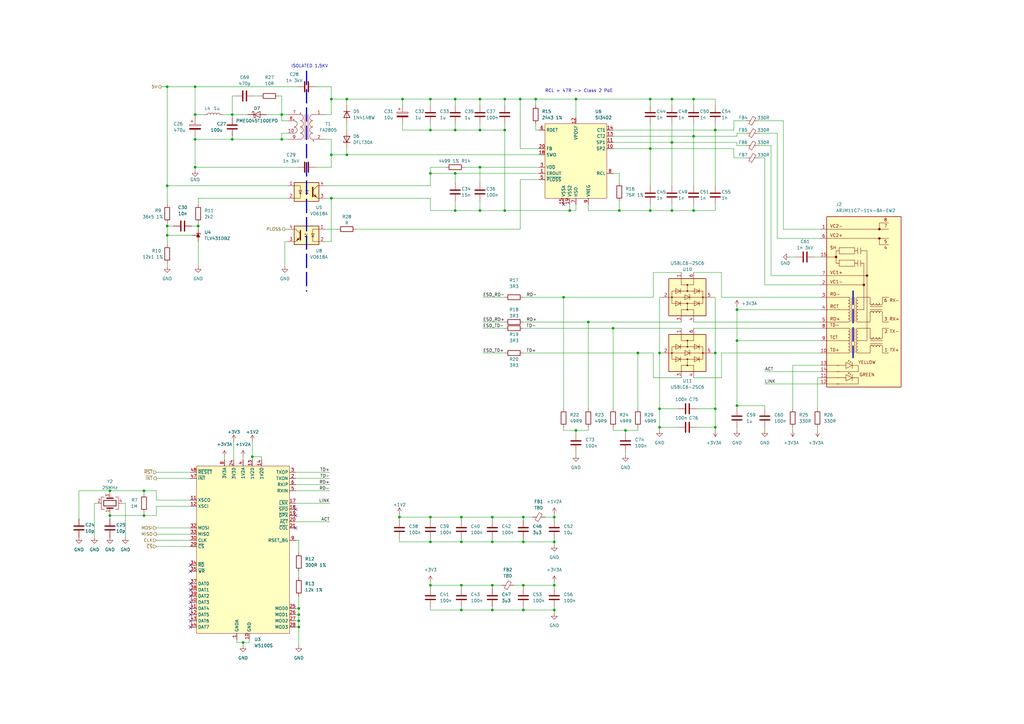
<source format=kicad_sch>
(kicad_sch (version 20211123) (generator eeschema)
  (paper "A3")
  (junction (at 293.37 167.64))
  (junction (at 270.51 175.26))
  (junction (at 214.63 222.25))
  (junction (at 135.89 63.5))
  (junction (at 135.89 81.28))
  (junction (at 254 86.36))
  (junction (at 261.62 144.78))
  (junction (at 236.22 176.53))
  (junction (at 214.63 250.19))
  (junction (at 270.51 144.78))
  (junction (at 302.26 127))
  (junction (at 302.26 139.7))
  (junction (at 207.01 53.34))
  (junction (at 293.37 53.34))
  (junction (at 142.24 63.5))
  (junction (at 122.555 257.175))
  (junction (at 275.59 58.42))
  (junction (at 266.7 60.96))
  (junction (at 284.48 40.64))
  (junction (at 163.83 212.09))
  (junction (at 176.53 53.34))
  (junction (at 68.58 76.2))
  (junction (at 99.695 263.525))
  (junction (at 236.22 40.64))
  (junction (at 219.71 40.64))
  (junction (at 176.53 240.03))
  (junction (at 176.53 222.25))
  (junction (at 214.63 212.09))
  (junction (at 293.37 175.26))
  (junction (at 201.93 212.09))
  (junction (at 293.37 144.78))
  (junction (at 284.48 55.88))
  (junction (at 241.3 132.08))
  (junction (at 233.68 86.36))
  (junction (at 186.69 86.36))
  (junction (at 284.48 86.36))
  (junction (at 115.57 57.15))
  (junction (at 176.53 40.64))
  (junction (at 189.23 222.25))
  (junction (at 186.69 53.34))
  (junction (at 80.01 46.99))
  (junction (at 207.01 86.36))
  (junction (at 196.85 86.36))
  (junction (at 122.555 249.555))
  (junction (at 176.53 212.09))
  (junction (at 95.25 46.99))
  (junction (at 196.85 40.64))
  (junction (at 196.85 53.34))
  (junction (at 251.46 134.62))
  (junction (at 80.01 57.15))
  (junction (at 122.555 252.095))
  (junction (at 227.33 222.25))
  (junction (at 95.25 57.15))
  (junction (at 115.57 46.99))
  (junction (at 189.23 240.03))
  (junction (at 68.58 92.71))
  (junction (at 227.33 212.09))
  (junction (at 186.69 40.64))
  (junction (at 103.505 187.325))
  (junction (at 270.51 167.64))
  (junction (at 122.555 254.635))
  (junction (at 80.01 68.58))
  (junction (at 201.93 250.19))
  (junction (at 275.59 86.36))
  (junction (at 81.28 92.71))
  (junction (at 142.24 40.64))
  (junction (at 227.33 250.19))
  (junction (at 266.7 40.64))
  (junction (at 186.69 71.12))
  (junction (at 80.01 35.56))
  (junction (at 45.085 201.295))
  (junction (at 59.055 211.455))
  (junction (at 227.33 240.03))
  (junction (at 196.85 68.58))
  (junction (at 266.7 86.36))
  (junction (at 68.58 35.56))
  (junction (at 214.63 240.03))
  (junction (at 59.055 201.295))
  (junction (at 207.01 40.64))
  (junction (at 176.53 71.12))
  (junction (at 213.36 40.64))
  (junction (at 231.14 121.92))
  (junction (at 165.1 40.64))
  (junction (at 189.23 212.09))
  (junction (at 45.085 211.455))
  (junction (at 135.89 40.64))
  (junction (at 275.59 40.64))
  (junction (at 68.58 96.52))
  (junction (at 201.93 240.03))
  (junction (at 302.26 166.37))
  (junction (at 201.93 222.25))
  (junction (at 189.23 250.19))
  (junction (at 256.54 176.53))
  (no_connect (at 78.105 247.015))
  (no_connect (at 78.105 239.395))
  (no_connect (at 231.14 83.82))
  (no_connect (at 121.285 211.455))
  (no_connect (at 78.105 241.935))
  (no_connect (at 78.105 234.315))
  (no_connect (at 78.105 257.175))
  (no_connect (at 78.105 231.775))
  (no_connect (at 78.105 249.555))
  (no_connect (at 78.105 244.475))
  (no_connect (at 121.285 216.535))
  (no_connect (at 78.105 254.635))
  (no_connect (at 78.105 252.095))
  (no_connect (at 121.285 208.915))
  (wire (pts (xy 271.78 121.92) (xy 270.51 121.92)))
  (wire (pts (xy 293.37 121.92) (xy 292.1 121.92)))
  (wire (pts (xy 295.91 144.78) (xy 336.55 144.78)))
  (wire (pts (xy 201.93 240.03) (xy 201.93 241.3)))
  (wire (pts (xy 176.53 240.03) (xy 176.53 241.3)))
  (wire (pts (xy 50.165 206.375) (xy 51.435 206.375)))
  (wire (pts (xy 266.7 86.36) (xy 275.59 86.36)))
  (wire (pts (xy 176.53 53.34) (xy 186.69 53.34)))
  (wire (pts (xy 302.26 127) (xy 336.55 127)))
  (wire (pts (xy 231.14 175.26) (xy 231.14 176.53)))
  (wire (pts (xy 121.285 193.675) (xy 135.255 193.675)))
  (wire (pts (xy 236.22 185.42) (xy 236.22 186.69)))
  (wire (pts (xy 251.46 55.88) (xy 284.48 55.88)))
  (wire (pts (xy 115.57 46.99) (xy 118.11 46.99)))
  (wire (pts (xy 107.315 188.595) (xy 107.315 187.325)))
  (wire (pts (xy 78.74 92.71) (xy 81.28 92.71)))
  (wire (pts (xy 293.37 50.8) (xy 293.37 53.34)))
  (wire (pts (xy 80.01 46.99) (xy 80.01 48.26)))
  (wire (pts (xy 189.23 212.09) (xy 176.53 212.09)))
  (wire (pts (xy 241.3 83.82) (xy 241.3 86.36)))
  (wire (pts (xy 59.055 211.455) (xy 64.135 211.455)))
  (wire (pts (xy 236.22 40.64) (xy 266.7 40.64)))
  (wire (pts (xy 323.85 105.41) (xy 326.39 105.41)))
  (wire (pts (xy 251.46 134.62) (xy 279.4 134.62)))
  (wire (pts (xy 313.69 175.26) (xy 313.69 176.53)))
  (wire (pts (xy 302.26 127) (xy 302.26 139.7)))
  (wire (pts (xy 325.12 149.86) (xy 336.55 149.86)))
  (wire (pts (xy 231.14 121.92) (xy 231.14 167.64)))
  (wire (pts (xy 121.285 198.755) (xy 135.255 198.755)))
  (wire (pts (xy 284.48 55.88) (xy 284.48 76.2)))
  (wire (pts (xy 198.12 132.08) (xy 207.01 132.08)))
  (wire (pts (xy 189.23 222.25) (xy 176.53 222.25)))
  (wire (pts (xy 121.285 249.555) (xy 122.555 249.555)))
  (wire (pts (xy 45.085 210.185) (xy 45.085 211.455)))
  (wire (pts (xy 205.74 240.03) (xy 201.93 240.03)))
  (wire (pts (xy 306.07 54.61) (xy 302.26 54.61)))
  (wire (pts (xy 270.51 167.64) (xy 278.13 167.64)))
  (wire (pts (xy 68.58 35.56) (xy 68.58 76.2)))
  (wire (pts (xy 121.285 252.095) (xy 122.555 252.095)))
  (wire (pts (xy 241.3 132.08) (xy 241.3 167.64)))
  (wire (pts (xy 80.01 69.85) (xy 80.01 68.58)))
  (wire (pts (xy 198.12 144.78) (xy 207.01 144.78)))
  (wire (pts (xy 121.285 257.175) (xy 122.555 257.175)))
  (wire (pts (xy 196.85 82.55) (xy 196.85 86.36)))
  (wire (pts (xy 121.285 254.635) (xy 122.555 254.635)))
  (wire (pts (xy 142.24 40.64) (xy 142.24 43.18)))
  (wire (pts (xy 295.91 111.76) (xy 295.91 121.92)))
  (wire (pts (xy 176.53 40.64) (xy 176.53 43.18)))
  (wire (pts (xy 64.135 219.075) (xy 78.105 219.075)))
  (wire (pts (xy 227.33 238.76) (xy 227.33 240.03)))
  (wire (pts (xy 266.7 40.64) (xy 275.59 40.64)))
  (wire (pts (xy 302.26 139.7) (xy 302.26 166.37)))
  (wire (pts (xy 116.84 99.06) (xy 118.11 99.06)))
  (wire (pts (xy 95.25 46.99) (xy 95.25 48.26)))
  (wire (pts (xy 81.28 92.71) (xy 81.28 93.98)))
  (wire (pts (xy 133.35 46.99) (xy 135.89 46.99)))
  (polyline (pts (xy 125.73 29.21) (xy 125.73 119.38)) (stroke (width 0.5)))
  (wire (pts (xy 189.23 250.19) (xy 176.53 250.19)))
  (wire (pts (xy 325.12 149.86) (xy 325.12 167.64)))
  (wire (pts (xy 68.58 76.2) (xy 118.11 76.2)))
  (wire (pts (xy 227.33 240.03) (xy 227.33 241.3)))
  (wire (pts (xy 189.23 212.09) (xy 189.23 213.36)))
  (wire (pts (xy 186.69 50.8) (xy 186.69 53.34)))
  (wire (pts (xy 196.85 50.8) (xy 196.85 53.34)))
  (wire (pts (xy 266.7 60.96) (xy 266.7 76.2)))
  (wire (pts (xy 68.58 107.95) (xy 68.58 109.22)))
  (wire (pts (xy 236.22 40.64) (xy 236.22 48.26)))
  (wire (pts (xy 214.63 132.08) (xy 241.3 132.08)))
  (wire (pts (xy 80.01 55.88) (xy 80.01 57.15)))
  (wire (pts (xy 254 86.36) (xy 266.7 86.36)))
  (wire (pts (xy 233.68 86.36) (xy 236.22 86.36)))
  (wire (pts (xy 227.33 220.98) (xy 227.33 222.25)))
  (wire (pts (xy 176.53 212.09) (xy 176.53 213.36)))
  (wire (pts (xy 293.37 40.64) (xy 293.37 43.18)))
  (wire (pts (xy 227.33 250.19) (xy 227.33 248.92)))
  (wire (pts (xy 236.22 86.36) (xy 236.22 83.82)))
  (wire (pts (xy 266.7 40.64) (xy 266.7 43.18)))
  (wire (pts (xy 214.63 222.25) (xy 201.93 222.25)))
  (wire (pts (xy 121.285 221.615) (xy 122.555 221.615)))
  (wire (pts (xy 279.4 154.94) (xy 267.97 154.94)))
  (wire (pts (xy 251.46 134.62) (xy 251.46 167.64)))
  (wire (pts (xy 270.51 121.92) (xy 270.51 144.78)))
  (wire (pts (xy 210.82 240.03) (xy 214.63 240.03)))
  (wire (pts (xy 334.01 105.41) (xy 336.55 105.41)))
  (wire (pts (xy 91.44 46.99) (xy 95.25 46.99)))
  (wire (pts (xy 316.23 113.03) (xy 336.55 113.03)))
  (wire (pts (xy 96.52 39.37) (xy 95.25 39.37)))
  (wire (pts (xy 133.35 99.06) (xy 135.89 99.06)))
  (wire (pts (xy 241.3 132.08) (xy 279.4 132.08)))
  (wire (pts (xy 275.59 40.64) (xy 284.48 40.64)))
  (wire (pts (xy 293.37 144.78) (xy 293.37 167.64)))
  (wire (pts (xy 213.36 73.66) (xy 213.36 93.98)))
  (wire (pts (xy 207.01 43.18) (xy 207.01 40.64)))
  (wire (pts (xy 227.33 210.82) (xy 227.33 212.09)))
  (wire (pts (xy 133.35 76.2) (xy 176.53 76.2)))
  (wire (pts (xy 45.085 201.295) (xy 59.055 201.295)))
  (wire (pts (xy 284.48 111.76) (xy 295.91 111.76)))
  (wire (pts (xy 293.37 175.26) (xy 293.37 176.53)))
  (wire (pts (xy 102.235 262.255) (xy 102.235 263.525)))
  (wire (pts (xy 176.53 86.36) (xy 186.69 86.36)))
  (wire (pts (xy 122.555 249.555) (xy 122.555 252.095)))
  (wire (pts (xy 95.25 57.15) (xy 115.57 57.15)))
  (wire (pts (xy 95.25 39.37) (xy 95.25 46.99)))
  (wire (pts (xy 64.135 207.645) (xy 64.135 211.455)))
  (wire (pts (xy 201.93 212.09) (xy 189.23 212.09)))
  (wire (pts (xy 201.93 220.98) (xy 201.93 222.25)))
  (wire (pts (xy 196.85 43.18) (xy 196.85 40.64)))
  (wire (pts (xy 122.555 254.635) (xy 122.555 257.175)))
  (wire (pts (xy 196.85 53.34) (xy 207.01 53.34)))
  (wire (pts (xy 284.48 86.36) (xy 293.37 86.36)))
  (wire (pts (xy 135.89 81.28) (xy 176.53 81.28)))
  (wire (pts (xy 189.23 250.19) (xy 201.93 250.19)))
  (wire (pts (xy 214.63 121.92) (xy 231.14 121.92)))
  (wire (pts (xy 256.54 185.42) (xy 256.54 186.69)))
  (wire (pts (xy 316.23 59.69) (xy 316.23 113.03)))
  (wire (pts (xy 251.46 71.12) (xy 254 71.12)))
  (wire (pts (xy 214.63 212.09) (xy 201.93 212.09)))
  (wire (pts (xy 335.28 154.94) (xy 336.55 154.94)))
  (wire (pts (xy 59.055 201.295) (xy 64.135 201.295)))
  (wire (pts (xy 189.23 240.03) (xy 189.23 241.3)))
  (wire (pts (xy 227.33 223.52) (xy 227.33 222.25)))
  (wire (pts (xy 321.31 49.53) (xy 321.31 93.98)))
  (wire (pts (xy 302.26 54.61) (xy 302.26 55.88)))
  (wire (pts (xy 133.35 81.28) (xy 135.89 81.28)))
  (wire (pts (xy 45.085 211.455) (xy 45.085 212.725)))
  (wire (pts (xy 163.83 222.25) (xy 176.53 222.25)))
  (wire (pts (xy 201.93 240.03) (xy 189.23 240.03)))
  (wire (pts (xy 64.135 221.615) (xy 78.105 221.615)))
  (wire (pts (xy 201.93 212.09) (xy 201.93 213.36)))
  (wire (pts (xy 236.22 176.53) (xy 236.22 177.8)))
  (wire (pts (xy 32.385 201.295) (xy 45.085 201.295)))
  (wire (pts (xy 163.83 212.09) (xy 176.53 212.09)))
  (wire (pts (xy 306.07 59.69) (xy 302.26 59.69)))
  (wire (pts (xy 267.97 111.76) (xy 267.97 121.92)))
  (wire (pts (xy 306.07 64.77) (xy 300.99 64.77)))
  (wire (pts (xy 313.69 64.77) (xy 313.69 116.84)))
  (wire (pts (xy 313.69 116.84) (xy 336.55 116.84)))
  (wire (pts (xy 115.57 39.37) (xy 115.57 46.99)))
  (wire (pts (xy 220.98 60.96) (xy 213.36 60.96)))
  (wire (pts (xy 300.99 49.53) (xy 300.99 53.34)))
  (wire (pts (xy 302.26 125.73) (xy 302.26 127)))
  (wire (pts (xy 251.46 53.34) (xy 293.37 53.34)))
  (wire (pts (xy 251.46 60.96) (xy 266.7 60.96)))
  (wire (pts (xy 135.89 57.15) (xy 135.89 63.5)))
  (wire (pts (xy 285.75 175.26) (xy 293.37 175.26)))
  (wire (pts (xy 325.12 175.26) (xy 325.12 176.53)))
  (wire (pts (xy 45.085 201.295) (xy 45.085 202.565)))
  (wire (pts (xy 115.57 49.53) (xy 115.57 46.99)))
  (wire (pts (xy 284.48 134.62) (xy 336.55 134.62)))
  (wire (pts (xy 122.555 234.315) (xy 122.555 236.855)))
  (wire (pts (xy 51.435 206.375) (xy 51.435 220.345)))
  (wire (pts (xy 95.25 46.99) (xy 101.6 46.99)))
  (wire (pts (xy 142.24 40.64) (xy 165.1 40.64)))
  (wire (pts (xy 214.63 220.98) (xy 214.63 222.25)))
  (wire (pts (xy 81.28 91.44) (xy 81.28 92.71)))
  (wire (pts (xy 293.37 167.64) (xy 293.37 175.26)))
  (wire (pts (xy 270.51 175.26) (xy 278.13 175.26)))
  (wire (pts (xy 321.31 93.98) (xy 336.55 93.98)))
  (wire (pts (xy 165.1 43.18) (xy 165.1 40.64)))
  (wire (pts (xy 95.885 180.975) (xy 95.885 188.595)))
  (wire (pts (xy 142.24 63.5) (xy 142.24 60.96)))
  (wire (pts (xy 68.58 96.52) (xy 78.74 96.52)))
  (wire (pts (xy 198.12 134.62) (xy 207.01 134.62)))
  (wire (pts (xy 135.89 35.56) (xy 135.89 40.64)))
  (wire (pts (xy 135.89 68.58) (xy 135.89 63.5)))
  (wire (pts (xy 251.46 175.26) (xy 251.46 176.53)))
  (wire (pts (xy 64.135 224.155) (xy 78.105 224.155)))
  (wire (pts (xy 270.51 144.78) (xy 271.78 144.78)))
  (wire (pts (xy 118.11 54.61) (xy 115.57 54.61)))
  (wire (pts (xy 68.58 92.71) (xy 68.58 96.52)))
  (wire (pts (xy 68.58 76.2) (xy 68.58 83.82)))
  (wire (pts (xy 99.695 263.525) (xy 102.235 263.525)))
  (wire (pts (xy 121.285 213.995) (xy 135.255 213.995)))
  (wire (pts (xy 80.01 57.15) (xy 95.25 57.15)))
  (wire (pts (xy 38.735 206.375) (xy 38.735 220.345)))
  (wire (pts (xy 135.89 40.64) (xy 142.24 40.64)))
  (wire (pts (xy 115.57 57.15) (xy 118.11 57.15)))
  (wire (pts (xy 302.26 166.37) (xy 313.69 166.37)))
  (wire (pts (xy 214.63 241.3) (xy 214.63 240.03)))
  (wire (pts (xy 219.71 40.64) (xy 236.22 40.64)))
  (wire (pts (xy 146.05 93.98) (xy 213.36 93.98)))
  (wire (pts (xy 284.48 40.64) (xy 293.37 40.64)))
  (wire (pts (xy 251.46 58.42) (xy 275.59 58.42)))
  (wire (pts (xy 116.84 99.06) (xy 116.84 109.22)))
  (wire (pts (xy 103.505 180.975) (xy 103.505 187.325)))
  (wire (pts (xy 122.555 252.095) (xy 122.555 254.635)))
  (wire (pts (xy 118.11 49.53) (xy 115.57 49.53)))
  (wire (pts (xy 201.93 248.92) (xy 201.93 250.19)))
  (wire (pts (xy 311.15 64.77) (xy 313.69 64.77)))
  (wire (pts (xy 196.85 68.58) (xy 220.98 68.58)))
  (wire (pts (xy 189.23 248.92) (xy 189.23 250.19)))
  (wire (pts (xy 83.82 46.99) (xy 80.01 46.99)))
  (wire (pts (xy 122.555 221.615) (xy 122.555 226.695)))
  (wire (pts (xy 302.26 55.88) (xy 284.48 55.88)))
  (wire (pts (xy 107.315 187.325) (xy 103.505 187.325)))
  (wire (pts (xy 300.99 53.34) (xy 293.37 53.34)))
  (wire (pts (xy 214.63 250.19) (xy 214.63 248.92)))
  (wire (pts (xy 292.1 144.78) (xy 293.37 144.78)))
  (wire (pts (xy 270.51 175.26) (xy 270.51 176.53)))
  (wire (pts (xy 182.88 68.58) (xy 176.53 68.58)))
  (wire (pts (xy 64.135 193.675) (xy 78.105 193.675)))
  (wire (pts (xy 302.26 59.69) (xy 302.26 58.42)))
  (wire (pts (xy 129.54 68.58) (xy 135.89 68.58)))
  (wire (pts (xy 196.85 86.36) (xy 207.01 86.36)))
  (wire (pts (xy 201.93 250.19) (xy 214.63 250.19)))
  (wire (pts (xy 284.48 40.64) (xy 284.48 43.18)))
  (wire (pts (xy 186.69 71.12) (xy 186.69 74.93)))
  (wire (pts (xy 300.99 64.77) (xy 300.99 60.96)))
  (wire (pts (xy 279.4 111.76) (xy 267.97 111.76)))
  (wire (pts (xy 223.52 212.09) (xy 227.33 212.09)))
  (wire (pts (xy 256.54 176.53) (xy 261.62 176.53)))
  (wire (pts (xy 68.58 91.44) (xy 68.58 92.71)))
  (wire (pts (xy 68.58 96.52) (xy 68.58 100.33)))
  (polyline (pts (xy 349.885 119.38) (xy 349.885 146.685)) (stroke (width 0.5)))
  (wire (pts (xy 133.35 93.98) (xy 138.43 93.98)))
  (wire (pts (xy 295.91 121.92) (xy 336.55 121.92)))
  (wire (pts (xy 64.135 205.105) (xy 78.105 205.105)))
  (wire (pts (xy 176.53 71.12) (xy 186.69 71.12)))
  (wire (pts (xy 129.54 35.56) (xy 135.89 35.56)))
  (wire (pts (xy 64.135 216.535) (xy 78.105 216.535)))
  (wire (pts (xy 318.77 54.61) (xy 311.15 54.61)))
  (wire (pts (xy 300.99 60.96) (xy 266.7 60.96)))
  (wire (pts (xy 311.15 59.69) (xy 316.23 59.69)))
  (wire (pts (xy 163.83 213.36) (xy 163.83 212.09)))
  (wire (pts (xy 103.505 187.325) (xy 103.505 188.595)))
  (wire (pts (xy 121.285 196.215) (xy 135.255 196.215)))
  (wire (pts (xy 270.51 167.64) (xy 270.51 175.26)))
  (wire (pts (xy 227.33 251.46) (xy 227.33 250.19)))
  (wire (pts (xy 135.89 46.99) (xy 135.89 40.64)))
  (wire (pts (xy 306.07 49.53) (xy 300.99 49.53)))
  (wire (pts (xy 163.83 210.82) (xy 163.83 212.09)))
  (wire (pts (xy 335.28 175.26) (xy 335.28 176.53)))
  (wire (pts (xy 133.35 57.15) (xy 135.89 57.15)))
  (wire (pts (xy 165.1 53.34) (xy 176.53 53.34)))
  (wire (pts (xy 219.71 53.34) (xy 220.98 53.34)))
  (wire (pts (xy 261.62 144.78) (xy 261.62 167.64)))
  (wire (pts (xy 267.97 154.94) (xy 267.97 144.78)))
  (wire (pts (xy 186.69 40.64) (xy 196.85 40.64)))
  (wire (pts (xy 80.01 57.15) (xy 80.01 68.58)))
  (wire (pts (xy 231.14 176.53) (xy 236.22 176.53)))
  (wire (pts (xy 176.53 50.8) (xy 176.53 53.34)))
  (wire (pts (xy 201.93 222.25) (xy 189.23 222.25)))
  (wire (pts (xy 214.63 134.62) (xy 251.46 134.62)))
  (wire (pts (xy 241.3 175.26) (xy 241.3 176.53)))
  (wire (pts (xy 186.69 40.64) (xy 186.69 43.18)))
  (wire (pts (xy 219.71 43.18) (xy 219.71 40.64)))
  (wire (pts (xy 135.89 63.5) (xy 142.24 63.5)))
  (wire (pts (xy 99.695 263.525) (xy 99.695 264.795)))
  (wire (pts (xy 207.01 53.34) (xy 207.01 86.36)))
  (wire (pts (xy 213.36 40.64) (xy 219.71 40.64)))
  (wire (pts (xy 186.69 71.12) (xy 220.98 71.12)))
  (wire (pts (xy 213.36 73.66) (xy 220.98 73.66)))
  (wire (pts (xy 284.48 83.82) (xy 284.48 86.36)))
  (wire (pts (xy 313.69 166.37) (xy 313.69 167.64)))
  (wire (pts (xy 109.22 46.99) (xy 115.57 46.99)))
  (wire (pts (xy 214.63 250.19) (xy 227.33 250.19)))
  (wire (pts (xy 165.1 50.8) (xy 165.1 53.34)))
  (wire (pts (xy 97.155 262.255) (xy 97.155 263.525)))
  (wire (pts (xy 284.48 50.8) (xy 284.48 55.88)))
  (wire (pts (xy 254 74.93) (xy 254 71.12)))
  (wire (pts (xy 266.7 83.82) (xy 266.7 86.36)))
  (wire (pts (xy 99.695 187.325) (xy 99.695 188.595)))
  (wire (pts (xy 285.75 167.64) (xy 293.37 167.64)))
  (wire (pts (xy 80.01 35.56) (xy 121.92 35.56)))
  (wire (pts (xy 231.14 121.92) (xy 267.97 121.92)))
  (wire (pts (xy 135.89 81.28) (xy 135.89 99.06)))
  (wire (pts (xy 64.135 196.215) (xy 78.105 196.215)))
  (wire (pts (xy 207.01 86.36) (xy 233.68 86.36)))
  (wire (pts (xy 122.555 257.175) (xy 122.555 264.795)))
  (wire (pts (xy 214.63 212.09) (xy 214.63 213.36)))
  (wire (pts (xy 213.36 60.96) (xy 213.36 40.64)))
  (wire (pts (xy 40.005 206.375) (xy 38.735 206.375)))
  (wire (pts (xy 196.85 40.64) (xy 207.01 40.64)))
  (wire (pts (xy 81.28 99.06) (xy 81.28 109.22)))
  (wire (pts (xy 318.77 54.61) (xy 318.77 97.79)))
  (wire (pts (xy 165.1 40.64) (xy 176.53 40.64)))
  (wire (pts (xy 302.26 139.7) (xy 336.55 139.7)))
  (wire (pts (xy 97.155 263.525) (xy 99.695 263.525)))
  (wire (pts (xy 275.59 40.64) (xy 275.59 43.18)))
  (wire (pts (xy 220.98 63.5) (xy 142.24 63.5)))
  (wire (pts (xy 186.69 53.34) (xy 196.85 53.34)))
  (wire (pts (xy 81.28 83.82) (xy 81.28 81.28)))
  (wire (pts (xy 186.69 86.36) (xy 196.85 86.36)))
  (wire (pts (xy 45.085 211.455) (xy 59.055 211.455)))
  (wire (pts (xy 207.01 40.64) (xy 213.36 40.64)))
  (wire (pts (xy 59.055 210.185) (xy 59.055 211.455)))
  (wire (pts (xy 214.63 144.78) (xy 261.62 144.78)))
  (wire (pts (xy 214.63 222.25) (xy 227.33 222.25)))
  (wire (pts (xy 163.83 220.98) (xy 163.83 222.25)))
  (wire (pts (xy 313.69 157.48) (xy 336.55 157.48)))
  (wire (pts (xy 214.63 240.03) (xy 227.33 240.03)))
  (wire (pts (xy 122.555 249.555) (xy 122.555 244.475)))
  (wire (pts (xy 92.075 187.325) (xy 92.075 188.595)))
  (wire (pts (xy 218.44 212.09) (xy 214.63 212.09)))
  (wire (pts (xy 284.48 132.08) (xy 336.55 132.08)))
  (wire (pts (xy 176.53 81.28) (xy 176.53 86.36)))
  (wire (pts (xy 251.46 176.53) (xy 256.54 176.53)))
  (wire (pts (xy 318.77 97.79) (xy 336.55 97.79)))
  (wire (pts (xy 186.69 82.55) (xy 186.69 86.36)))
  (wire (pts (xy 176.53 40.64) (xy 186.69 40.64)))
  (wire (pts (xy 176.53 220.98) (xy 176.53 222.25)))
  (wire (pts (xy 219.71 50.8) (xy 219.71 53.34)))
  (wire (pts (xy 302.26 175.26) (xy 302.26 176.53)))
  (wire (pts (xy 293.37 144.78) (xy 293.37 121.92)))
  (wire (pts (xy 254 82.55) (xy 254 86.36)))
  (wire (pts (xy 233.68 86.36) (xy 233.68 83.82)))
  (wire (pts (xy 176.53 250.19) (xy 176.53 248.92)))
  (wire (pts (xy 190.5 68.58) (xy 196.85 68.58)))
  (wire (pts (xy 114.3 39.37) (xy 115.57 39.37)))
  (wire (pts (xy 275.59 58.42) (xy 275.59 76.2)))
  (wire (pts (xy 311.15 49.53) (xy 321.31 49.53)))
  (wire (pts (xy 189.23 220.98) (xy 189.23 222.25)))
  (wire (pts (xy 176.53 71.12) (xy 176.53 76.2)))
  (wire (pts (xy 275.59 86.36) (xy 284.48 86.36)))
  (wire (pts (xy 95.25 55.88) (xy 95.25 57.15)))
  (wire (pts (xy 335.28 154.94) (xy 335.28 167.64)))
  (wire (pts (xy 275.59 83.82) (xy 275.59 86.36)))
  (wire (pts (xy 121.285 206.375) (xy 135.255 206.375)))
  (wire (pts (xy 66.04 35.56) (xy 68.58 35.56)))
  (wire (pts (xy 295.91 154.94) (xy 284.48 154.94)))
  (wire (pts (xy 266.7 50.8) (xy 266.7 60.96)))
  (wire (pts (xy 64.135 201.295) (xy 64.135 205.105)))
  (wire (pts (xy 275.59 50.8) (xy 275.59 58.42)))
  (wire (pts (xy 176.53 68.58) (xy 176.53 71.12)))
  (wire (pts (xy 261.62 144.78) (xy 267.97 144.78)))
  (wire (pts (xy 313.69 152.4) (xy 336.55 152.4)))
  (wire (pts (xy 81.28 81.28) (xy 118.11 81.28)))
  (wire (pts (xy 261.62 176.53) (xy 261.62 175.26)))
  (wire (pts (xy 198.12 121.92) (xy 207.01 121.92)))
  (wire (pts (xy 293.37 83.82) (xy 293.37 86.36)))
  (wire (pts (xy 116.84 93.98) (xy 118.11 93.98)))
  (wire (pts (xy 64.135 207.645) (xy 78.105 207.645)))
  (wire (pts (xy 196.85 68.58) (xy 196.85 74.93)))
  (wire (pts (xy 80.01 35.56) (xy 80.01 46.99)))
  (wire (pts (xy 142.24 50.8) (xy 142.24 53.34)))
  (wire (pts (xy 302.26 167.64) (xy 302.26 166.37)))
  (wire (pts (xy 241.3 86.36) (xy 254 86.36)))
  (wire (pts (xy 295.91 144.78) (xy 295.91 154.94)))
  (wire (pts (xy 104.14 39.37) (xy 106.68 39.37)))
  (wire (pts (xy 115.57 54.61) (xy 115.57 57.15)))
  (wire (pts (xy 227.33 212.09) (xy 227.33 213.36)))
  (wire (pts (xy 32.385 212.725) (xy 32.385 201.295)))
  (wire (pts (xy 189.23 240.03) (xy 176.53 240.03)))
  (wire (pts (xy 68.58 92.71) (xy 71.12 92.71)))
  (wire (pts (xy 121.285 201.295) (xy 135.255 201.295)))
  (wire (pts (xy 293.37 53.34) (xy 293.37 76.2)))
  (wire (pts (xy 59.055 201.295) (xy 59.055 202.565)))
  (wire (pts (xy 176.53 238.76) (xy 176.53 240.03)))
  (wire (pts (xy 275.59 58.42) (xy 302.26 58.42)))
  (wire (pts (xy 236.22 176.53) (xy 241.3 176.53)))
  (wire (pts (xy 270.51 144.78) (xy 270.51 167.64)))
  (wire (pts (xy 80.01 68.58) (xy 121.92 68.58)))
  (wire (pts (xy 256.54 176.53) (xy 256.54 177.8)))
  (wire (pts (xy 207.01 50.8) (xy 207.01 53.34)))
  (wire (pts (xy 68.58 35.56) (xy 80.01 35.56)))
  (text "ISOLATED 1.5KV" (at 119.38 27.94 0) (effects (font (size 1.27 1.27)) (justify left bottom)))
  (text "RCL = 47R -> Class 2 PoE\n" (at 223.52 38.1 0) (effects (font (size 1.27 1.27)) (justify left bottom)))
  (label "LINK" (at 135.255 206.375 180))
  (label "ACT" (at 135.255 213.995 180))
  (label "TD-" (at 135.255 196.215 180))
  (label "ESD_RD-" (at 198.12 121.92 0))
  (label "RD-" (at 215.9 121.92 0))
  (label "RD+" (at 215.9 132.08 0))
  (label "RD+" (at 135.255 198.755 180))
  (label "ESD_RD+" (at 198.12 132.08 0))
  (label "TD+" (at 215.9 144.78 0))
  (label "ACT" (at 313.69 152.4 0))
  (label "ESD_TD+" (at 198.12 144.78 0))
  (label "RD-" (at 135.255 201.295 180))
  (label "TD+" (at 135.255 193.675 180))
  (label "TD-" (at 215.9 134.62 0))
  (label "LINK" (at 313.69 157.48 0))
  (label "ESD_TD-" (at 198.12 134.62 0))
  (hierarchical_label "~{CS}" (shape input) (at 64.135 224.155 180))
  (hierarchical_label "CLK" (shape input) (at 64.135 221.615 180))
  (hierarchical_label "MISO" (shape output) (at 64.135 219.075 180))
  (hierarchical_label "~{INT}" (shape output) (at 64.135 196.215 180))
  (hierarchical_label "MOSI" (shape input) (at 64.135 216.535 180))
  (hierarchical_label "5V" (shape output) (at 66.04 35.56 180))
  (hierarchical_label "PLOSS" (shape output) (at 116.84 93.98 180))
  (hierarchical_label "~{RST}" (shape input) (at 64.135 193.675 180))
  (symbol (lib_id "Device:R") (at 122.555 240.665 0) (unit 1)
    (property "Reference" "R13" (at 125.095 239.3949 0) (effects (justify left)))
    (property "Value" "12k 1%" (at 125.095 241.9349 0) (effects (justify left)))
    (property "Footprint" "Resistor_SMD:R_0402_1005Metric" (effects hide))
  )
  (symbol (lib_id "power:GND") (at 51.435 220.345 0) (unit 1)
    (property "Reference" "#PWR0125" (effects hide))
    (property "Value" "GND" (at 51.435 225.425 0))
  )
  (symbol (lib_id "Device:C") (at 32.385 216.535 0) (unit 1)
    (property "Reference" "C24" (at 34.925 215.265 0) (effects (justify left)))
    (property "Value" "10p" (at 34.925 217.805 0) (effects (justify left)))
    (property "Footprint" "Capacitor_SMD:C_0402_1005Metric" (effects hide))
  )
  (symbol (lib_id "power:GND") (at 313.69 176.53 0) (unit 1)
    (property "Reference" "#PWR0135" (effects hide))
    (property "Value" "GND" (at 313.69 181.61 0))
  )
  (symbol (lib_id "Device:R") (at 210.82 134.62 90) (unit 1)
    (property "Reference" "R19" (at 210.82 137.16 90))
    (property "Value" "3R3" (at 210.82 139.7 90))
    (property "Footprint" "Resistor_SMD:R_0402_1005Metric" (effects hide))
  )
  (symbol (lib_id "Device:C") (at 74.93 92.71 90) (unit 1)
    (property "Reference" "C30" (at 74.93 85.09 90))
    (property "Value" "10n" (at 74.93 87.63 90))
    (property "Footprint" "Capacitor_SMD:C_0402_1005Metric" (effects hide))
  )
  (symbol (lib_id "coilcraft:FA2805") (at 125.73 52.07 0) (mirror y) (unit 1)
    (property "Reference" "T1" (at 134.62 50.8 0))
    (property "Value" "FA2805" (at 134.62 53.34 0))
    (property "Footprint" "coilcraft:Transformer_Coilcraft_Si3402" (effects hide))
  )
  (symbol (lib_id "abracon:ARJM11C7-114-BA-EW2") (at 354.33 124.46 0) (unit 1)
    (property "Reference" "J2" (at 342.9 83.82 0) (effects (justify left)))
    (property "Value" "ARJM11C7-114-BA-EW2" (at 342.9 86.36 0) (effects (justify left)))
    (property "Footprint" "abracon:ARJM11C7-114-BA-EW2" (effects hide))
  )
  (symbol (lib_id "power:+1V2") (at 103.505 180.975 0) (unit 1)
    (property "Reference" "#PWR0123" (effects hide))
    (property "Value" "+1V2" (at 103.505 177.165 0))
  )
  (symbol (lib_id "Device:C") (at 196.85 78.74 0) (unit 1)
    (property "Reference" "C36" (at 199.39 77.47 0) (effects (justify left)))
    (property "Value" "100n" (at 199.39 80.01 0) (effects (justify left)))
    (property "Footprint" "Capacitor_SMD:C_0402_1005Metric" (effects hide))
  )
  (symbol (lib_id "Device:C") (at 186.69 46.99 0) (unit 1)
    (property "Reference" "C33" (at 180.34 45.72 0) (effects (justify left)))
    (property "Value" "1u" (at 180.34 48.26 0) (effects (justify left)))
    (property "Footprint" "Capacitor_SMD:C_0603_1608Metric" (effects hide))
  )
  (symbol (lib_id "skyworks:SI3402") (at 236.22 63.5 0) (mirror y) (unit 1)
    (property "Reference" "U6" (at 244.0687 45.72 0) (effects (justify right)))
    (property "Value" "SI3402" (at 244.0687 48.26 0) (effects (justify right)))
    (property "Footprint" "skyworks:Skyworks_QFN-20_1EP5x5mm_P0.8mm_EP2.7x2.7mm" (effects hide))
  )
  (symbol (lib_id "Device:C") (at 214.63 245.11 0) (unit 1)
    (property "Reference" "C53" (at 218.44 243.8399 0) (effects (justify left)))
    (property "Value" "100n" (at 218.44 246.3799 0) (effects (justify left)))
    (property "Footprint" "Capacitor_SMD:C_0402_1005Metric" (effects hide))
  )
  (symbol (lib_id "Device:D_Zener") (at 142.24 57.15 90) (unit 1)
    (property "Reference" "D6" (at 144.78 55.8799 90) (effects (justify right)))
    (property "Value" "DFLT30A" (at 144.78 58.4199 90) (effects (justify right)))
    (property "Footprint" "Diode_SMD:D_PowerDI-123" (effects hide))
  )
  (symbol (lib_id "Device:R") (at 231.14 171.45 0) (unit 1)
    (property "Reference" "R22" (at 233.68 170.1799 0) (effects (justify left)))
    (property "Value" "49R9" (at 233.68 172.7199 0) (effects (justify left)))
    (property "Footprint" "Resistor_SMD:R_0402_1005Metric" (effects hide))
  )
  (symbol (lib_id "power:GND") (at 99.695 264.795 0) (unit 1)
    (property "Reference" "#PWR0118" (effects hide))
    (property "Value" "GND" (at 99.695 269.875 0))
  )
  (symbol (lib_id "Device:R") (at 251.46 171.45 0) (unit 1)
    (property "Reference" "R24" (at 254 170.1799 0) (effects (justify left)))
    (property "Value" "49R9" (at 254 172.7199 0) (effects (justify left)))
    (property "Footprint" "Resistor_SMD:R_0402_1005Metric" (effects hide))
  )
  (symbol (lib_id "power:GND") (at 122.555 264.795 0) (unit 1)
    (property "Reference" "#PWR0119" (effects hide))
    (property "Value" "GND" (at 122.555 269.875 0))
  )
  (symbol (lib_id "Device:C") (at 302.26 171.45 0) (unit 1)
    (property "Reference" "C59" (at 306.07 170.1799 0) (effects (justify left)))
    (property "Value" "1u" (at 306.07 172.7199 0) (effects (justify left)))
    (property "Footprint" "Capacitor_SMD:C_0603_1608Metric" (effects hide))
  )
  (symbol (lib_id "Device:C") (at 313.69 171.45 0) (unit 1)
    (property "Reference" "C60" (at 317.5 170.1799 0) (effects (justify left)))
    (property "Value" "100n" (at 317.5 172.7199 0) (effects (justify left)))
    (property "Footprint" "Capacitor_SMD:C_0402_1005Metric" (effects hide))
  )
  (symbol (lib_id "Device:C") (at 293.37 80.01 0) (unit 1)
    (property "Reference" "C55" (at 295.91 78.74 0) (effects (justify left)))
    (property "Value" "1n" (at 295.91 81.28 0) (effects (justify left)))
    (property "Footprint" "Capacitor_SMD:C_0402_1005Metric" (effects hide))
  )
  (symbol (lib_id "power_extended:+1V2A") (at 99.695 187.325 0) (unit 1)
    (property "Reference" "#PWR36" (effects hide))
    (property "Value" "+1V2A" (at 99.695 182.245 0))
  )
  (symbol (lib_id "power:GND") (at 68.58 109.22 0) (unit 1)
    (property "Reference" "#PWR0131" (effects hide))
    (property "Value" "GND" (at 68.58 114.3 0))
  )
  (symbol (lib_id "Device:C") (at 163.83 217.17 0) (unit 1)
    (property "Reference" "C38" (at 167.64 215.8999 0) (effects (justify left)))
    (property "Value" "100n" (at 167.64 218.4399 0) (effects (justify left)))
    (property "Footprint" "Capacitor_SMD:C_0402_1005Metric" (effects hide))
  )
  (symbol (lib_id "Device:C") (at 125.73 35.56 90) (unit 1)
    (property "Reference" "C28" (at 120.65 30.48 90))
    (property "Value" "1n 3kV" (at 120.65 33.02 90))
    (property "Footprint" "Capacitor_SMD:C_1206_3216Metric" (effects hide))
  )
  (symbol (lib_id "Device:C") (at 196.85 46.99 0) (unit 1)
    (property "Reference" "C35" (at 190.5 45.72 0) (effects (justify left)))
    (property "Value" "1u" (at 190.5 48.26 0) (effects (justify left)))
    (property "Footprint" "Capacitor_SMD:C_0603_1608Metric" (effects hide))
  )
  (symbol (lib_id "Device:L") (at 87.63 46.99 90) (unit 1)
    (property "Reference" "L4" (at 85.09 44.45 90))
    (property "Value" "1u" (at 88.9 44.45 90))
    (property "Footprint" "Capacitor_SMD:C_0603_1608Metric" (effects hide))
  )
  (symbol (lib_id "Device:C") (at 207.01 46.99 0) (unit 1)
    (property "Reference" "C37" (at 199.39 45.72 0) (effects (justify left)))
    (property "Value" "100n" (at 199.39 48.26 0) (effects (justify left)))
    (property "Footprint" "Capacitor_SMD:C_0402_1005Metric" (effects hide))
  )
  (symbol (lib_id "power:GND") (at 227.33 223.52 0) (mirror y) (unit 1)
    (property "Reference" "#PWR0111" (effects hide))
    (property "Value" "GND" (at 227.33 228.6 0))
  )
  (symbol (lib_id "Device:R") (at 335.28 171.45 0) (unit 1)
    (property "Reference" "R26" (at 337.82 170.1799 0) (effects (justify left)))
    (property "Value" "330R" (at 337.82 172.7199 0) (effects (justify left)))
    (property "Footprint" "Resistor_SMD:R_0402_1005Metric" (effects hide))
  )
  (symbol (lib_id "power:GND") (at 81.28 109.22 0) (unit 1)
    (property "Reference" "#PWR0132" (effects hide))
    (property "Value" "GND" (at 81.28 114.3 0))
  )
  (symbol (lib_id "power:GND") (at 323.85 105.41 270) (unit 1)
    (property "Reference" "#PWR0137" (effects hide))
    (property "Value" "GND" (at 320.04 107.95 90) (effects (justify left)))
  )
  (symbol (lib_id "power_extended:+3V3A") (at 92.075 187.325 0) (unit 1)
    (property "Reference" "#PWR35" (effects hide))
    (property "Value" "+3V3A" (at 92.075 182.245 0))
  )
  (symbol (lib_id "Isolator:VO615A") (at 125.73 78.74 0) (unit 1)
    (property "Reference" "U5" (at 130.81 85.09 0))
    (property "Value" "VO618A" (at 130.81 87.63 0))
    (property "Footprint" "Package_SO:SO-4_7.6x3.6mm_P2.54mm" (effects hide))
    (property "Datasheet" "http://www.vishay.com/docs/81753/vo615a.pdf" (effects hide))
  )
  (symbol (lib_id "power:GND") (at 116.84 109.22 0) (unit 1)
    (property "Reference" "#PWR0129" (effects hide))
    (property "Value" "GND" (at 116.84 114.3 0))
  )
  (symbol (lib_id "Device:C") (at 45.085 216.535 0) (unit 1)
    (property "Reference" "C25" (at 47.625 215.265 0) (effects (justify left)))
    (property "Value" "10p" (at 47.625 217.805 0) (effects (justify left)))
    (property "Footprint" "Capacitor_SMD:C_0402_1005Metric" (effects hide))
  )
  (symbol (lib_id "Device:C") (at 189.23 217.17 0) (unit 1)
    (property "Reference" "C40" (at 193.04 215.8999 0) (effects (justify left)))
    (property "Value" "100n" (at 193.04 218.4399 0) (effects (justify left)))
    (property "Footprint" "Capacitor_SMD:C_0402_1005Metric" (effects hide))
  )
  (symbol (lib_id "Device:C") (at 330.2 105.41 90) (unit 1)
    (property "Reference" "C61" (at 330.2 99.06 90))
    (property "Value" "1n 3kV" (at 330.2 101.6 90))
    (property "Footprint" "Capacitor_SMD:C_1206_3216Metric" (effects hide))
  )
  (symbol (lib_id "Device:R") (at 142.24 93.98 90) (unit 1)
    (property "Reference" "R28" (at 142.24 88.9 90))
    (property "Value" "R" (at 142.24 91.44 90))
    (property "Footprint" "Resistor_SMD:R_0402_1005Metric" (effects hide))
  )
  (symbol (lib_id "Device:C") (at 100.33 39.37 90) (unit 1)
    (property "Reference" "C69" (at 100.33 31.75 90))
    (property "Value" "470p" (at 100.33 34.29 90))
    (property "Footprint" "Capacitor_SMD:C_0402_1005Metric" (effects hide))
  )
  (symbol (lib_id "Device:R") (at 68.58 104.14 0) (unit 1)
    (property "Reference" "R10" (at 62.23 102.87 0) (effects (justify left)))
    (property "Value" "12k1 1%" (at 58.42 105.41 0) (effects (justify left)))
    (property "Footprint" "Resistor_SMD:R_0402_1005Metric" (effects hide))
  )
  (symbol (lib_id "Device:C") (at 176.53 245.11 0) (unit 1)
    (property "Reference" "C41" (at 180.34 243.8399 0) (effects (justify left)))
    (property "Value" "100n" (at 180.34 246.3799 0) (effects (justify left)))
    (property "Footprint" "Capacitor_SMD:C_0402_1005Metric" (effects hide))
  )
  (symbol (lib_id "Device:FerriteBead_Small") (at 308.61 64.77 90) (unit 1)
    (property "Reference" "FB7" (at 304.8 63.5 90))
    (property "Value" "330R" (at 313.0835 63.5372 90))
    (property "Footprint" "Inductor_SMD:L_0805_2012Metric" (effects hide))
    (property "Datasheet" "https://cz.mouser.com/datasheet/2/281/1/mure_s_a0010614486_1-2279380.pdf" (effects hide))
  )
  (symbol (lib_id "Device:R") (at 241.3 171.45 0) (unit 1)
    (property "Reference" "R23" (at 243.84 170.1799 0) (effects (justify left)))
    (property "Value" "49R9" (at 243.84 172.7199 0) (effects (justify left)))
    (property "Footprint" "Resistor_SMD:R_0402_1005Metric" (effects hide))
  )
  (symbol (lib_id "Device:R") (at 254 78.74 0) (unit 1)
    (property "Reference" "R16" (at 256.54 77.4699 0) (effects (justify left)))
    (property "Value" "75R 1%" (at 256.54 80.0099 0) (effects (justify left)))
    (property "Footprint" "Resistor_SMD:R_0402_1005Metric" (effects hide))
  )
  (symbol (lib_id "Device:C") (at 256.54 181.61 0) (unit 1)
    (property "Reference" "C74" (at 260.35 180.3399 0) (effects (justify left)))
    (property "Value" "100n" (at 260.35 182.8799 0) (effects (justify left)))
    (property "Footprint" "Capacitor_SMD:C_0402_1005Metric" (effects hide))
  )
  (symbol (lib_id "Device:C") (at 284.48 80.01 0) (unit 1)
    (property "Reference" "C51" (at 287.02 78.74 0) (effects (justify left)))
    (property "Value" "1n" (at 287.02 81.28 0) (effects (justify left)))
    (property "Footprint" "Capacitor_SMD:C_0402_1005Metric" (effects hide))
  )
  (symbol (lib_id "power_extended:+3V3A") (at 293.37 176.53 180) (unit 1)
    (property "Reference" "#PWR8" (effects hide))
    (property "Value" "+3V3A" (at 289.56 181.61 0) (effects (justify right)))
  )
  (symbol (lib_id "power:GND") (at 32.385 220.345 0) (unit 1)
    (property "Reference" "#PWR0128" (effects hide))
    (property "Value" "GND" (at 32.385 225.425 0))
  )
  (symbol (lib_id "Device:C") (at 227.33 245.11 0) (unit 1)
    (property "Reference" "C56" (at 231.14 243.8399 0) (effects (justify left)))
    (property "Value" "100n" (at 231.14 246.3799 0) (effects (justify left)))
    (property "Footprint" "Capacitor_SMD:C_0402_1005Metric" (effects hide))
  )
  (symbol (lib_id "Device:R") (at 210.82 132.08 90) (unit 1)
    (property "Reference" "R18" (at 210.82 127 90))
    (property "Value" "3R3" (at 210.82 129.54 90))
    (property "Footprint" "Resistor_SMD:R_0402_1005Metric" (effects hide))
  )
  (symbol (lib_id "Reference_Voltage:TL431DBZ") (at 81.28 96.52 90) (unit 1)
    (property "Reference" "U4" (at 83.82 95.2499 90) (effects (justify right)))
    (property "Value" "TLV431DBZ" (at 83.82 97.7899 90) (effects (justify right)))
    (property "Footprint" "Package_TO_SOT_SMD:SOT-23" (effects hide))
    (property "Datasheet" "http://www.ti.com/lit/ds/symlink/tl431.pdf" (effects hide))
  )
  (symbol (lib_id "power:GND") (at 302.26 176.53 0) (unit 1)
    (property "Reference" "#PWR0136" (effects hide))
    (property "Value" "GND" (at 302.26 181.61 0))
  )
  (symbol (lib_id "Device:C") (at 275.59 80.01 0) (unit 1)
    (property "Reference" "C49" (at 278.13 78.74 0) (effects (justify left)))
    (property "Value" "1n" (at 278.13 81.28 0) (effects (justify left)))
    (property "Footprint" "Capacitor_SMD:C_0402_1005Metric" (effects hide))
  )
  (symbol (lib_id "Device:R") (at 261.62 171.45 0) (unit 1)
    (property "Reference" "R29" (at 264.16 170.1799 0) (effects (justify left)))
    (property "Value" "49R9" (at 264.16 172.7199 0) (effects (justify left)))
    (property "Footprint" "Resistor_SMD:R_0402_1005Metric" (effects hide))
  )
  (symbol (lib_id "power:+1V2") (at 163.83 210.82 0) (unit 1)
    (property "Reference" "#PWR0116" (effects hide))
    (property "Value" "+1V2" (at 163.83 207.01 0))
  )
  (symbol (lib_id "Device:R") (at 186.69 68.58 90) (unit 1)
    (property "Reference" "R14" (at 191.135 66.04 90))
    (property "Value" "4k99 1%" (at 184.15 66.04 90))
    (property "Footprint" "Resistor_SMD:R_0402_1005Metric" (effects hide))
  )
  (symbol (lib_id "Device:R") (at 59.055 206.375 0) (mirror y) (unit 1)
    (property "Reference" "R7" (at 56.515 205.1049 0) (effects (justify left)))
    (property "Value" "1M" (at 56.515 207.6449 0) (effects (justify left)))
    (property "Footprint" "Resistor_SMD:R_0402_1005Metric" (effects hide))
  )
  (symbol (lib_id "Device:C") (at 125.73 68.58 90) (unit 1)
    (property "Reference" "C29" (at 119.38 63.5 90))
    (property "Value" "1n 3kV" (at 119.38 66.04 90))
    (property "Footprint" "Capacitor_SMD:C_1206_3216Metric" (effects hide))
  )
  (symbol (lib_id "Device:R") (at 68.58 87.63 0) (unit 1)
    (property "Reference" "R9" (at 63.5 86.36 0) (effects (justify left)))
    (property "Value" "36k5 1%" (at 58.42 88.9 0) (effects (justify left)))
    (property "Footprint" "Resistor_SMD:R_0402_1005Metric" (effects hide))
  )
  (symbol (lib_id "Device:C") (at 236.22 181.61 0) (unit 1)
    (property "Reference" "C73" (at 240.03 180.3399 0) (effects (justify left)))
    (property "Value" "100n" (at 240.03 182.8799 0) (effects (justify left)))
    (property "Footprint" "Capacitor_SMD:C_0402_1005Metric" (effects hide))
  )
  (symbol (lib_id "Device:C_Polarized") (at 80.01 52.07 0) (unit 1)
    (property "Reference" "C26" (at 71.12 50.8 0) (effects (justify left)))
    (property "Value" "470u" (at 71.12 53.34 0) (effects (justify left)))
    (property "Footprint" "Capacitor_Tantalum_SMD:CP_EIA-2012-12_Kemet-R" (effects hide))
  )
  (symbol (lib_id "Device:R") (at 210.82 144.78 90) (unit 1)
    (property "Reference" "R20" (at 210.82 147.32 90))
    (property "Value" "3R3" (at 210.82 149.86 90))
    (property "Footprint" "Resistor_SMD:R_0402_1005Metric" (effects hide))
  )
  (symbol (lib_id "Device:C") (at 275.59 46.99 0) (unit 1)
    (property "Reference" "C48" (at 278.13 45.72 0) (effects (justify left)))
    (property "Value" "1n" (at 278.13 48.26 0) (effects (justify left)))
    (property "Footprint" "Capacitor_SMD:C_0402_1005Metric" (effects hide))
  )
  (symbol (lib_id "Device:C") (at 201.93 217.17 0) (unit 1)
    (property "Reference" "C42" (at 205.74 215.8999 0) (effects (justify left)))
    (property "Value" "100n" (at 205.74 218.4399 0) (effects (justify left)))
    (property "Footprint" "Capacitor_SMD:C_0402_1005Metric" (effects hide))
  )
  (symbol (lib_id "Device:R") (at 325.12 171.45 0) (unit 1)
    (property "Reference" "R25" (at 327.66 170.1799 0) (effects (justify left)))
    (property "Value" "330R" (at 327.66 172.7199 0) (effects (justify left)))
    (property "Footprint" "Resistor_SMD:R_0402_1005Metric" (effects hide))
  )
  (symbol (lib_id "power_extended:+1V2A") (at 227.33 210.82 0) (unit 1)
    (property "Reference" "#PWR38" (effects hide))
    (property "Value" "+1V2A" (at 227.33 205.74 0))
  )
  (symbol (lib_id "Device:FerriteBead_Small") (at 308.61 59.69 90) (unit 1)
    (property "Reference" "FB6" (at 304.8 58.42 90))
    (property "Value" "330R" (at 313.0835 58.4572 90))
    (property "Footprint" "Inductor_SMD:L_0805_2012Metric" (effects hide))
    (property "Datasheet" "https://cz.mouser.com/datasheet/2/281/1/mure_s_a0010614486_1-2279380.pdf" (effects hide))
  )
  (symbol (lib_id "Power_Protection:USBLC6-2SC6") (at 281.94 144.78 270) (unit 1)
    (property "Reference" "U11" (at 281.94 156.21 90))
    (property "Value" "USBLC6-2SC6" (at 281.94 158.75 90))
    (property "Footprint" "Package_TO_SOT_SMD:SOT-23-6" (effects hide))
    (property "Datasheet" "https://www.st.com/resource/en/datasheet/usblc6-2.pdf" (effects hide))
  )
  (symbol (lib_id "power:+3V3") (at 176.53 238.76 0) (unit 1)
    (property "Reference" "#PWR0117" (effects hide))
    (property "Value" "+3V3" (at 176.53 233.68 0))
  )
  (symbol (lib_id "Device:R") (at 110.49 39.37 90) (unit 1)
    (property "Reference" "R27" (at 110.49 31.75 90))
    (property "Value" "10R" (at 110.49 34.29 90))
    (property "Footprint" "Resistor_SMD:R_0402_1005Metric" (effects hide))
  )
  (symbol (lib_id "power_extended:+3V3A") (at 227.33 238.76 0) (unit 1)
    (property "Reference" "#PWR37" (effects hide))
    (property "Value" "+3V3A" (at 227.33 233.68 0))
  )
  (symbol (lib_id "Device:FerriteBead_Small") (at 220.98 212.09 90) (unit 1)
    (property "Reference" "FB1" (at 220.9419 205.74 90))
    (property "Value" "TBD" (at 220.9419 208.28 90))
    (property "Footprint" "Capacitor_SMD:C_0402_1005Metric" (effects hide))
  )
  (symbol (lib_id "Device:FerriteBead_Small") (at 308.61 49.53 90) (unit 1)
    (property "Reference" "FB4" (at 304.8 48.26 90))
    (property "Value" "330R" (at 313.0835 48.2972 90))
    (property "Footprint" "Inductor_SMD:L_0805_2012Metric" (effects hide))
    (property "Datasheet" "https://cz.mouser.com/datasheet/2/281/1/mure_s_a0010614486_1-2279380.pdf" (effects hide))
  )
  (symbol (lib_id "power:GND") (at 227.33 251.46 0) (mirror y) (unit 1)
    (property "Reference" "#PWR0115" (effects hide))
    (property "Value" "GND" (at 227.33 256.54 0))
  )
  (symbol (lib_id "Device:C") (at 186.69 78.74 0) (unit 1)
    (property "Reference" "C34" (at 189.23 77.47 0) (effects (justify left)))
    (property "Value" "15n" (at 189.23 80.01 0) (effects (justify left)))
    (property "Footprint" "Capacitor_SMD:C_0402_1005Metric" (effects hide))
  )
  (symbol (lib_id "Device:C") (at 95.25 52.07 0) (unit 1)
    (property "Reference" "C27" (at 88.9 50.8 0) (effects (justify left)))
    (property "Value" "100u" (at 86.36 53.34 0) (effects (justify left)))
    (property "Footprint" "Capacitor_SMD:C_1206_3216Metric" (effects hide))
  )
  (symbol (lib_id "Device:R") (at 122.555 230.505 0) (unit 1)
    (property "Reference" "R12" (at 125.095 229.2349 0) (effects (justify left)))
    (property "Value" "300R 1%" (at 125.095 231.7749 0) (effects (justify left)))
    (property "Footprint" "Resistor_SMD:R_0402_1005Metric" (effects hide))
  )
  (symbol (lib_id "Device:R") (at 219.71 46.99 0) (unit 1)
    (property "Reference" "R15" (at 222.25 45.7199 0) (effects (justify left)))
    (property "Value" "24k3 1%" (at 222.25 48.2599 0) (effects (justify left)))
    (property "Footprint" "Resistor_SMD:R_0402_1005Metric" (effects hide))
  )
  (symbol (lib_id "power:GND") (at 80.01 69.85 0) (unit 1)
    (property "Reference" "#PWR0130" (effects hide))
    (property "Value" "GND" (at 80.01 73.66 0))
  )
  (symbol (lib_id "Device:C") (at 176.53 46.99 0) (unit 1)
    (property "Reference" "C32" (at 170.18 45.72 0) (effects (justify left)))
    (property "Value" "1u" (at 170.18 48.26 0) (effects (justify left)))
    (property "Footprint" "Capacitor_SMD:C_0603_1608Metric" (effects hide))
  )
  (symbol (lib_id "power:+3V3") (at 95.885 180.975 0) (unit 1)
    (property "Reference" "#PWR0124" (effects hide))
    (property "Value" "+3V3" (at 95.885 177.165 0))
  )
  (symbol (lib_id "Device:C") (at 176.53 217.17 0) (unit 1)
    (property "Reference" "C39" (at 180.34 215.8999 0) (effects (justify left)))
    (property "Value" "100n" (at 180.34 218.4399 0) (effects (justify left)))
    (property "Footprint" "Capacitor_SMD:C_0402_1005Metric" (effects hide))
  )
  (symbol (lib_id "Diode:1N4148W") (at 142.24 46.99 270) (unit 1)
    (property "Reference" "D5" (at 144.78 45.7199 90) (effects (justify left)))
    (property "Value" "1N4148W" (at 144.78 48.2599 90) (effects (justify left)))
    (property "Footprint" "Diode_SMD:D_SOD-123" (effects hide))
    (property "Datasheet" "https://www.vishay.com/docs/85748/1n4148w.pdf" (effects hide))
  )
  (symbol (lib_id "Device:C") (at 266.7 46.99 0) (unit 1)
    (property "Reference" "C44" (at 269.24 45.72 0) (effects (justify left)))
    (property "Value" "1n" (at 269.24 48.26 0) (effects (justify left)))
    (property "Footprint" "Capacitor_SMD:C_0402_1005Metric" (effects hide))
  )
  (symbol (lib_id "Device:C") (at 266.7 80.01 0) (unit 1)
    (property "Reference" "C45" (at 269.24 78.74 0) (effects (justify left)))
    (property "Value" "1n" (at 269.24 81.28 0) (effects (justify left)))
    (property "Footprint" "Capacitor_SMD:C_0402_1005Metric" (effects hide))
  )
  (symbol (lib_id "Isolator:VO615A") (at 125.73 96.52 0) (mirror y) (unit 1)
    (property "Reference" "U8" (at 130.81 102.87 0))
    (property "Value" "VO618A" (at 130.81 105.41 0))
    (property "Footprint" "Package_SO:SO-4_7.6x3.6mm_P2.54mm" (effects hide))
    (property "Datasheet" "http://www.vishay.com/docs/81753/vo615a.pdf" (effects hide))
  )
  (symbol (lib_id "power_extended:+3V3A") (at 302.26 125.73 0) (unit 1)
    (property "Reference" "#PWR40" (effects hide))
    (property "Value" "+3V3A" (at 307.34 124.46 0))
  )
  (symbol (lib_id "power:GND") (at 270.51 176.53 0) (unit 1)
    (property "Reference" "#PWR0141" (effects hide))
    (property "Value" "GND" (at 270.51 181.61 0))
  )
  (symbol (lib_id "Device:C") (at 189.23 245.11 0) (unit 1)
    (property "Reference" "C43" (at 193.04 243.8399 0) (effects (justify left)))
    (property "Value" "100n" (at 193.04 246.3799 0) (effects (justify left)))
    (property "Footprint" "Capacitor_SMD:C_0402_1005Metric" (effects hide))
  )
  (symbol (lib_id "power:GND") (at 38.735 220.345 0) (unit 1)
    (property "Reference" "#PWR0127" (effects hide))
    (property "Value" "GND" (at 38.735 225.425 0))
  )
  (symbol (lib_id "Device:C") (at 201.93 245.11 0) (unit 1)
    (property "Reference" "C47" (at 205.74 243.84 0) (effects (justify left)))
    (property "Value" "3u3" (at 205.74 246.38 0) (effects (justify left)))
    (property "Footprint" "Capacitor_SMD:C_0603_1608Metric" (effects hide))
  )
  (symbol (lib_id "Device:C") (at 293.37 46.99 0) (unit 1)
    (property "Reference" "C54" (at 295.91 45.72 0) (effects (justify left)))
    (property "Value" "1n" (at 295.91 48.26 0) (effects (justify left)))
    (property "Footprint" "Capacitor_SMD:C_0402_1005Metric" (effects hide))
  )
  (symbol (lib_id "Device:C") (at 227.33 217.17 0) (unit 1)
    (property "Reference" "C52" (at 231.14 215.9 0) (effects (justify left)))
    (property "Value" "10u" (at 231.14 218.44 0) (effects (justify left)))
    (property "Footprint" "Capacitor_SMD:C_0603_1608Metric" (effects hide))
  )
  (symbol (lib_id "power:GND") (at 236.22 186.69 0) (unit 1)
    (property "Reference" "#PWR0142" (effects hide))
    (property "Value" "GND" (at 236.22 191.77 0))
  )
  (symbol (lib_id "Device:R") (at 210.82 121.92 90) (unit 1)
    (property "Reference" "R17" (at 210.82 114.935 90))
    (property "Value" "3R3" (at 210.82 117.475 90))
    (property "Footprint" "Resistor_SMD:R_0402_1005Metric" (effects hide))
  )
  (symbol (lib_id "power:GND") (at 45.085 220.345 0) (unit 1)
    (property "Reference" "#PWR0126" (effects hide))
    (property "Value" "GND" (at 45.085 225.425 0))
  )
  (symbol (lib_id "Device:C") (at 214.63 217.17 0) (unit 1)
    (property "Reference" "C46" (at 218.44 215.9 0) (effects (justify left)))
    (property "Value" "3u3" (at 218.44 218.44 0) (effects (justify left)))
    (property "Footprint" "Capacitor_SMD:C_0603_1608Metric" (effects hide))
  )
  (symbol (lib_id "power:GND") (at 256.54 186.69 0) (unit 1)
    (property "Reference" "#PWR0143" (effects hide))
    (property "Value" "GND" (at 256.54 191.77 0))
  )
  (symbol (lib_id "Power_Protection:USBLC6-2SC6") (at 281.94 121.92 270) (unit 1)
    (property "Reference" "U10" (at 281.94 110.49 90))
    (property "Value" "USBLC6-2SC6" (at 281.94 107.95 90))
    (property "Footprint" "Package_TO_SOT_SMD:SOT-23-6" (effects hide))
    (property "Datasheet" "https://www.st.com/resource/en/datasheet/usblc6-2.pdf" (effects hide))
  )
  (symbol (lib_id "Device:R") (at 81.28 87.63 0) (unit 1)
    (property "Reference" "R11" (at 83.82 86.3599 0) (effects (justify left)))
    (property "Value" "2k2" (at 83.82 88.8999 0) (effects (justify left)))
    (property "Footprint" "Resistor_SMD:R_0402_1005Metric" (effects hide))
  )
  (symbol (lib_id "Diode:PMEG045T100EPD") (at 105.41 46.99 0) (unit 1)
    (property "Reference" "D7" (at 105.41 44.45 0))
    (property "Value" "PMEG045T100EPD" (at 105.41 49.53 0))
    (property "Footprint" "Package_TO_SOT_SMD:Nexperia_CFP15_SOT-1289" (effects hide))
    (property "Datasheet" "https://assets.nexperia.com/documents/data-sheet/PMEG045T100EPD.pdf" (effects hide))
  )
  (symbol (lib_id "power_extended:+3V3A") (at 325.12 176.53 180) (unit 1)
    (property "Reference" "#PWR41" (effects hide))
    (property "Value" "+3V3A" (at 321.31 181.61 0) (effects (justify right)))
  )
  (symbol (lib_id "Device:C") (at 281.94 175.26 90) (unit 1)
    (property "Reference" "C76" (at 284.48 171.45 90))
    (property "Value" "100n" (at 279.4 171.45 90))
    (property "Footprint" "Capacitor_SMD:C_0402_1005Metric" (effects hide))
  )
  (symbol (lib_id "Device:Crystal_GND24") (at 45.085 206.375 90) (unit 1)
    (property "Reference" "Y2" (at 45.085 197.485 90))
    (property "Value" "25MHz" (at 45.085 200.025 90))
    (property "Footprint" "Crystal:Crystal_SMD_3225-4Pin_3.2x2.5mm" (effects hide))
  )
  (symbol (lib_id "wiznet:W5100S") (at 99.695 224.155 0) (unit 1)
    (property "Reference" "U3" (at 104.2544 262.255 0) (effects (justify left)))
    (property "Value" "W5100S" (at 104.2544 264.795 0) (effects (justify left)))
    (property "Footprint" "Package_DFN_QFN:QFN-48-1EP_7x7mm_P0.5mm_EP5.3x5.3mm" (effects hide))
  )
  (symbol (lib_id "Device:C") (at 281.94 167.64 90) (unit 1)
    (property "Reference" "C75" (at 284.48 163.83 90))
    (property "Value" "100n" (at 279.4 163.83 90))
    (property "Footprint" "Capacitor_SMD:C_0402_1005Metric" (effects hide))
  )
  (symbol (lib_id "power_extended:+3V3A") (at 335.28 176.53 180) (unit 1)
    (property "Reference" "#PWR42" (effects hide))
    (property "Value" "+3V3A" (at 331.47 181.61 0) (effects (justify right)))
  )
  (symbol (lib_id "Device:FerriteBead_Small") (at 308.61 54.61 90) (unit 1)
    (property "Reference" "FB5" (at 304.8 53.34 90))
    (property "Value" "330R" (at 313.0835 53.3772 90))
    (property "Footprint" "Inductor_SMD:L_0805_2012Metric" (effects hide))
    (property "Datasheet" "https://cz.mouser.com/datasheet/2/281/1/mure_s_a0010614486_1-2279380.pdf" (effects hide))
  )
  (symbol (lib_id "Device:C_Polarized") (at 165.1 46.99 0) (unit 1)
    (property "Reference" "C31" (at 157.48 45.72 0) (effects (justify left)))
    (property "Value" "10u" (at 157.48 48.26 0) (effects (justify left)))
    (property "Footprint" "Capacitor_SMD:C_0402_1005Metric" (effects hide))
  )
  (symbol (lib_id "Device:C") (at 284.48 46.99 0) (unit 1)
    (property "Reference" "C50" (at 287.02 45.72 0) (effects (justify left)))
    (property "Value" "1n" (at 287.02 48.26 0) (effects (justify left)))
    (property "Footprint" "Capacitor_SMD:C_0402_1005Metric" (effects hide))
  )
  (symbol (lib_id "Device:FerriteBead_Small") (at 208.28 240.03 90) (unit 1)
    (property "Reference" "FB2" (at 208.2419 233.68 90))
    (property "Value" "TBD" (at 208.2419 236.22 90))
    (property "Footprint" "Capacitor_SMD:C_0402_1005Metric" (effects hide))
  )
)
</source>
